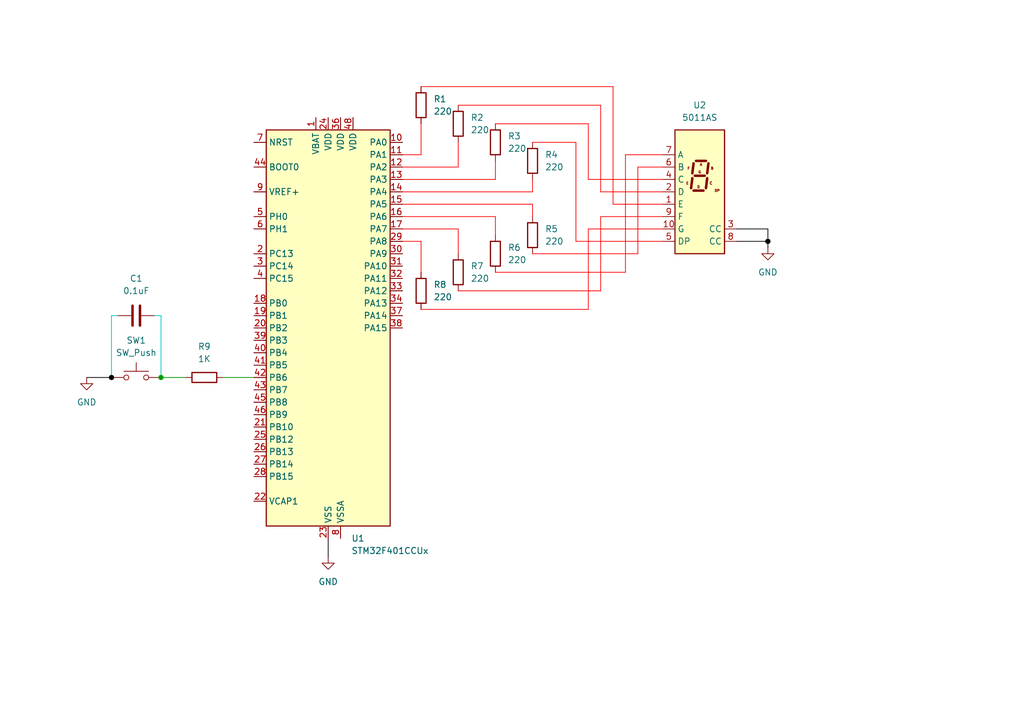
<source format=kicad_sch>
(kicad_sch (version 20230121) (generator eeschema)
  (paper "A5")
  (title_block (title "7 Segment display, push button counting") (date "2025-07-16") (rev "1") (comment 1 "Pin connections are more organized when the real components are used"))
  (lib_symbols
    (symbol "Device:C" (pin_numbers hide) (pin_names (offset 0.254))
      (property "Reference" "C" (at 0.635 2.54 0))
      (property "Value" "C" (at 0.635 -2.54 0))
      (symbol "C_0_1"
        (polyline (pts (xy -2.032 -0.762) (xy 2.032 -0.762)) (stroke (width 0.508)))
        (polyline (pts (xy -2.032 0.762) (xy 2.032 0.762)) (stroke (width 0.508)))
      )
      (symbol "C_1_1"
        (pin passive line (at 0 3.81 270) (length 2.794) (name "~") (number "1"))
        (pin passive line (at 0 -3.81 90) (length 2.794) (name "~") (number "2"))
      )
    )
    (symbol "Device:R" (pin_numbers hide) (pin_names (offset 0))
      (property "Reference" "R" (at 2.032 0 90))
      (property "Value" "R" (at 0 0 90))
      (symbol "R_0_1"
        (rectangle (start -1.016 -2.54) (end 1.016 2.54) (stroke (width 0.254)))
      )
      (symbol "R_1_1"
        (pin passive line (at 0 3.81 270) (length 1.27) (name "~") (number "1"))
        (pin passive line (at 0 -3.81 90) (length 1.27) (name "~") (number "2"))
      )
    )
    (symbol "Display_Character:D168K"
      (property "Reference" "U" (at -2.54 13.97 0))
      (property "Value" "D168K" (at 1.27 13.97 0))
      (symbol "D168K_0_0"
        (text "A" (at 0.254 5.588 0) (effects (font (size 0.508 0.508))))
        (text "B" (at 2.54 4.826 0) (effects (font (size 0.508 0.508))))
        (text "C" (at 2.286 1.778 0) (effects (font (size 0.508 0.508))))
        (text "D" (at -0.254 1.016 0) (effects (font (size 0.508 0.508))))
        (text "DP" (at 3.556 0.254 0) (effects (font (size 0.508 0.508))))
        (text "E" (at -2.54 1.778 0) (effects (font (size 0.508 0.508))))
        (text "F" (at -2.286 4.826 0) (effects (font (size 0.508 0.508))))
        (text "G" (at 0 4.064 0) (effects (font (size 0.508 0.508))))
      )
      (symbol "D168K_0_1"
        (rectangle (start -5.08 12.7) (end 5.08 -12.7) (stroke (width 0.254)) (fill (type background)))
        (polyline (pts (xy -1.524 2.794) (xy -1.778 0.762)) (stroke (width 0.508)))
        (polyline (pts (xy -1.27 0.254) (xy 0.762 0.254)) (stroke (width 0.508)))
        (polyline (pts (xy -1.27 5.842) (xy -1.524 3.81)) (stroke (width 0.508)))
        (polyline (pts (xy -1.016 3.302) (xy 1.016 3.302)) (stroke (width 0.508)))
        (polyline (pts (xy -0.762 6.35) (xy 1.27 6.35)) (stroke (width 0.508)))
        (polyline (pts (xy 1.524 2.794) (xy 1.27 0.762)) (stroke (width 0.508)))
        (polyline (pts (xy 1.778 5.842) (xy 1.524 3.81)) (stroke (width 0.508)))
        (polyline (pts (xy 2.54 0.254) (xy 2.54 0.254)) (stroke (width 0.508)))
      )
      (symbol "D168K_1_1"
        (pin input line (at -7.62 -2.54 0) (length 2.54) (name "E") (number "1"))
        (pin input line (at -7.62 -7.62 0) (length 2.54) (name "G") (number "10"))
        (pin input line (at -7.62 0 0) (length 2.54) (name "D") (number "2"))
        (pin input line (at 7.62 -7.62 180) (length 2.54) (name "CC") (number "3"))
        (pin input line (at -7.62 2.54 0) (length 2.54) (name "C") (number "4"))
        (pin input line (at -7.62 -10.16 0) (length 2.54) (name "DP") (number "5"))
        (pin input line (at -7.62 5.08 0) (length 2.54) (name "B") (number "6"))
        (pin input line (at -7.62 7.62 0) (length 2.54) (name "A") (number "7"))
        (pin input line (at 7.62 -10.16 180) (length 2.54) (name "CC") (number "8"))
        (pin input line (at -7.62 -5.08 0) (length 2.54) (name "F") (number "9"))
      )
    )
    (symbol "MCU_ST_STM32F4:STM32F401CCUx"
      (property "Reference" "U" (at -12.7 41.91 0))
      (property "Value" "STM32F401CCUx" (at 7.62 41.91 0))
      (symbol "STM32F401CCUx_0_1"
        (rectangle (start -12.7 -40.64) (end 12.7 40.64) (stroke (width 0.254)) (fill (type background)))
      )
      (symbol "STM32F401CCUx_1_1"
        (pin power_in line (at -2.54 43.18 270) (length 2.54) (name "VBAT") (number "1"))
        (pin bidirectional line (at 15.24 38.1 180) (length 2.54) (name "PA0") (number "10"))
        (pin bidirectional line (at 15.24 35.56 180) (length 2.54) (name "PA1") (number "11"))
        (pin bidirectional line (at 15.24 33.02 180) (length 2.54) (name "PA2") (number "12"))
        (pin bidirectional line (at 15.24 30.48 180) (length 2.54) (name "PA3") (number "13"))
        (pin bidirectional line (at 15.24 27.94 180) (length 2.54) (name "PA4") (number "14"))
        (pin bidirectional line (at 15.24 25.4 180) (length 2.54) (name "PA5") (number "15"))
        (pin bidirectional line (at 15.24 22.86 180) (length 2.54) (name "PA6") (number "16"))
        (pin bidirectional line (at 15.24 20.32 180) (length 2.54) (name "PA7") (number "17"))
        (pin bidirectional line (at -15.24 5.08 0) (length 2.54) (name "PB0") (number "18"))
        (pin bidirectional line (at -15.24 2.54 0) (length 2.54) (name "PB1") (number "19"))
        (pin bidirectional line (at -15.24 15.24 0) (length 2.54) (name "PC13") (number "2"))
        (pin bidirectional line (at -15.24 0 0) (length 2.54) (name "PB2") (number "20"))
        (pin bidirectional line (at -15.24 -20.32 0) (length 2.54) (name "PB10") (number "21"))
        (pin power_out line (at -15.24 -35.56 0) (length 2.54) (name "VCAP1") (number "22"))
        (pin power_in line (at 0 -43.18 90) (length 2.54) (name "VSS") (number "23"))
        (pin power_in line (at 0 43.18 270) (length 2.54) (name "VDD") (number "24"))
        (pin bidirectional line (at -15.24 -22.86 0) (length 2.54) (name "PB12") (number "25"))
        (pin bidirectional line (at -15.24 -25.4 0) (length 2.54) (name "PB13") (number "26"))
        (pin bidirectional line (at -15.24 -27.94 0) (length 2.54) (name "PB14") (number "27"))
        (pin bidirectional line (at -15.24 -30.48 0) (length 2.54) (name "PB15") (number "28"))
        (pin bidirectional line (at 15.24 17.78 180) (length 2.54) (name "PA8") (number "29"))
        (pin bidirectional line (at -15.24 12.7 0) (length 2.54) (name "PC14") (number "3"))
        (pin bidirectional line (at 15.24 15.24 180) (length 2.54) (name "PA9") (number "30"))
        (pin bidirectional line (at 15.24 12.7 180) (length 2.54) (name "PA10") (number "31"))
        (pin bidirectional line (at 15.24 10.16 180) (length 2.54) (name "PA11") (number "32"))
        (pin bidirectional line (at 15.24 7.62 180) (length 2.54) (name "PA12") (number "33"))
        (pin bidirectional line (at 15.24 5.08 180) (length 2.54) (name "PA13") (number "34"))
        (pin passive line (at 0 -43.18 90) (length 2.54) hide (name "VSS") (number "35"))
        (pin power_in line (at 2.54 43.18 270) (length 2.54) (name "VDD") (number "36"))
        (pin bidirectional line (at 15.24 2.54 180) (length 2.54) (name "PA14") (number "37"))
        (pin bidirectional line (at 15.24 0 180) (length 2.54) (name "PA15") (number "38"))
        (pin bidirectional line (at -15.24 -2.54 0) (length 2.54) (name "PB3") (number "39"))
        (pin bidirectional line (at -15.24 10.16 0) (length 2.54) (name "PC15") (number "4"))
        (pin bidirectional line (at -15.24 -5.08 0) (length 2.54) (name "PB4") (number "40"))
        (pin bidirectional line (at -15.24 -7.62 0) (length 2.54) (name "PB5") (number "41"))
        (pin bidirectional line (at -15.24 -10.16 0) (length 2.54) (name "PB6") (number "42"))
        (pin bidirectional line (at -15.24 -12.7 0) (length 2.54) (name "PB7") (number "43"))
        (pin input line (at -15.24 33.02 0) (length 2.54) (name "BOOT0") (number "44"))
        (pin bidirectional line (at -15.24 -15.24 0) (length 2.54) (name "PB8") (number "45"))
        (pin bidirectional line (at -15.24 -17.78 0) (length 2.54) (name "PB9") (number "46"))
        (pin passive line (at 0 -43.18 90) (length 2.54) hide (name "VSS") (number "47"))
        (pin power_in line (at 5.08 43.18 270) (length 2.54) (name "VDD") (number "48"))
        (pin passive line (at 0 -43.18 90) (length 2.54) hide (name "VSS") (number "49"))
        (pin bidirectional line (at -15.24 22.86 0) (length 2.54) (name "PH0") (number "5"))
        (pin bidirectional line (at -15.24 20.32 0) (length 2.54) (name "PH1") (number "6"))
        (pin input line (at -15.24 38.1 0) (length 2.54) (name "NRST") (number "7"))
        (pin power_in line (at 2.54 -43.18 90) (length 2.54) (name "VSSA") (number "8"))
        (pin input line (at -15.24 27.94 0) (length 2.54) (name "VREF+") (number "9"))
      )
    )
    (symbol "R_1" (pin_numbers hide) (pin_names (offset 0) hide)
      (property "Reference" "R" (at 2.032 0 90))
      (property "Value" "R" (at 0 0 90))
      (symbol "R_1_0_1"
        (rectangle (start -1.016 -2.54) (end 1.016 2.54) (stroke (width 0.254)))
      )
      (symbol "R_1_1_1"
        (pin passive line (at 0 3.81 270) (length 1.27) (name "~") (number "1"))
        (pin passive line (at 0 -3.81 90) (length 1.27) (name "~") (number "2"))
      )
    )
    (symbol "Switch:SW_Push" (pin_numbers hide) (pin_names (offset 1.016) hide)
      (property "Reference" "SW" (at 1.27 2.54 0))
      (property "Value" "SW_Push" (at 0 -1.524 0))
      (symbol "SW_Push_0_1"
        (circle (center -2.032 0) (radius 0.508))
        (polyline (pts (xy 0 1.27) (xy 0 3.048)))
        (polyline (pts (xy 2.54 1.27) (xy -2.54 1.27)))
        (circle (center 2.032 0) (radius 0.508))
        (pin passive line (at -5.08 0 0) (length 2.54) (name "1") (number "1"))
        (pin passive line (at 5.08 0 180) (length 2.54) (name "2") (number "2"))
      )
    )
    (symbol "power:GND" (power) (pin_names (offset 0))
      (property "Value" "GND" (at 0 -3.81 0))
      (symbol "GND_0_1"
        (polyline (pts (xy 0 0) (xy 0 -1.27) (xy 1.27 -1.27) (xy 0 -2.54) (xy -1.27 -1.27) (xy 0 -1.27)))
      )
      (symbol "GND_1_1"
        (pin power_in line (at 0 0 270) (length 0) hide (name "GND") (number "1"))
      )
    )
  )
  (junction (at 22.86 77.47) (color 0 0 0 1))
  (junction (at 157.48 49.53) (color 0 0 0 1))
  (junction (at 33.02 77.47))
  (wire (pts (xy 118.11 49.53) (xy 135.89 49.53)) (stroke (width 0) (color 255 0 0 1)))
  (wire (pts (xy 120.65 46.99) (xy 135.89 46.99)) (stroke (width 0) (color 255 0 0 1)))
  (wire (pts (xy 109.22 29.21) (xy 118.11 29.21)) (stroke (width 0) (color 255 0 0 1)))
  (wire (pts (xy 123.19 59.69) (xy 123.19 44.45)) (stroke (width 0) (color 255 0 0 1)))
  (wire (pts (xy 93.98 34.29) (xy 93.98 29.21)) (stroke (width 0) (color 255 0 0 1)))
  (wire (pts (xy 123.19 21.59) (xy 123.19 39.37)) (stroke (width 0) (color 255 0 0 1)))
  (wire (pts (xy 82.55 36.83) (xy 101.6 36.83)) (stroke (width 0) (color 255 0 0 1)))
  (wire (pts (xy 151.13 46.99) (xy 157.48 46.99)) (stroke (width 0) (color 0 0 0 1)))
  (wire (pts (xy 86.36 63.5) (xy 120.65 63.5)) (stroke (width 0) (color 255 0 0 1)))
  (wire (pts (xy 101.6 55.88) (xy 128.27 55.88)) (stroke (width 0) (color 255 0 0 1)))
  (wire (pts (xy 67.31 114.3) (xy 67.31 110.49)) (stroke (width 0) (color 0 0 0 1)))
  (wire (pts (xy 101.6 36.83) (xy 101.6 33.02)) (stroke (width 0) (color 255 0 0 1)))
  (wire (pts (xy 120.65 63.5) (xy 120.65 46.99)) (stroke (width 0) (color 255 0 0 1)))
  (wire (pts (xy 125.73 41.91) (xy 135.89 41.91)) (stroke (width 0) (color 255 0 0 1)))
  (wire (pts (xy 33.02 77.47) (xy 38.1 77.47)))
  (wire (pts (xy 101.6 48.26) (xy 101.6 44.45)) (stroke (width 0) (color 255 0 0 1)))
  (wire (pts (xy 101.6 25.4) (xy 120.65 25.4)) (stroke (width 0) (color 255 0 0 1)))
  (wire (pts (xy 22.86 64.77) (xy 22.86 77.47)) (stroke (width 0) (color 0 194 194 1)))
  (wire (pts (xy 157.48 49.53) (xy 157.48 50.8)) (stroke (width 0) (color 0 0 0 1)))
  (wire (pts (xy 109.22 41.91) (xy 82.55 41.91)) (stroke (width 0) (color 255 0 0 1)))
  (wire (pts (xy 128.27 55.88) (xy 128.27 31.75)) (stroke (width 0) (color 255 0 0 1)))
  (wire (pts (xy 109.22 44.45) (xy 109.22 41.91)) (stroke (width 0) (color 255 0 0 1)))
  (wire (pts (xy 151.13 49.53) (xy 157.48 49.53)) (stroke (width 0) (color 0 0 0 1)))
  (wire (pts (xy 82.55 49.53) (xy 86.36 49.53)) (stroke (width 0) (color 255 0 0 1)))
  (wire (pts (xy 82.55 34.29) (xy 93.98 34.29)) (stroke (width 0) (color 255 0 0 1)))
  (wire (pts (xy 86.36 31.75) (xy 86.36 25.4)) (stroke (width 0) (color 255 0 0 1)))
  (wire (pts (xy 130.81 52.07) (xy 130.81 34.29)) (stroke (width 0) (color 255 0 0 1)))
  (wire (pts (xy 128.27 31.75) (xy 135.89 31.75)) (stroke (width 0) (color 255 0 0 1)))
  (wire (pts (xy 93.98 21.59) (xy 123.19 21.59)) (stroke (width 0) (color 255 0 0 1)))
  (wire (pts (xy 82.55 39.37) (xy 109.22 39.37)) (stroke (width 0) (color 255 0 0 1)))
  (wire (pts (xy 86.36 49.53) (xy 86.36 55.88)) (stroke (width 0) (color 255 0 0 1)))
  (wire (pts (xy 93.98 59.69) (xy 123.19 59.69)) (stroke (width 0) (color 255 0 0 1)))
  (wire (pts (xy 82.55 44.45) (xy 101.6 44.45)) (stroke (width 0) (color 255 0 0 1)))
  (wire (pts (xy 109.22 52.07) (xy 130.81 52.07)) (stroke (width 0) (color 255 0 0 1)))
  (wire (pts (xy 93.98 46.99) (xy 93.98 52.07)) (stroke (width 0) (color 255 0 0 1)))
  (wire (pts (xy 123.19 39.37) (xy 135.89 39.37)) (stroke (width 0) (color 255 0 0 1)))
  (wire (pts (xy 86.36 17.78) (xy 125.73 17.78)) (stroke (width 0) (color 255 0 0 1)))
  (wire (pts (xy 125.73 17.78) (xy 125.73 41.91)) (stroke (width 0) (color 255 0 0 1)))
  (wire (pts (xy 24.13 64.77) (xy 22.86 64.77)) (stroke (width 0) (color 0 194 194 1)))
  (wire (pts (xy 118.11 29.21) (xy 118.11 49.53)) (stroke (width 0) (color 255 0 0 1)))
  (wire (pts (xy 82.55 46.99) (xy 93.98 46.99)) (stroke (width 0) (color 255 0 0 1)))
  (wire (pts (xy 120.65 25.4) (xy 120.65 36.83)) (stroke (width 0) (color 255 0 0 1)))
  (wire (pts (xy 123.19 44.45) (xy 135.89 44.45)) (stroke (width 0) (color 255 0 0 1)))
  (wire (pts (xy 17.78 77.47) (xy 22.86 77.47)) (stroke (width 0) (color 0 0 0 1)))
  (wire (pts (xy 109.22 39.37) (xy 109.22 36.83)) (stroke (width 0) (color 255 0 0 1)))
  (wire (pts (xy 130.81 34.29) (xy 135.89 34.29)) (stroke (width 0) (color 255 0 0 1)))
  (wire (pts (xy 120.65 36.83) (xy 135.89 36.83)) (stroke (width 0) (color 255 0 0 1)))
  (wire (pts (xy 31.75 64.77) (xy 33.02 64.77)) (stroke (width 0) (color 0 194 194 1)))
  (wire (pts (xy 45.72 77.47) (xy 52.07 77.47)))
  (wire (pts (xy 157.48 46.99) (xy 157.48 49.53)) (stroke (width 0) (color 0 0 0 1)))
  (wire (pts (xy 33.02 64.77) (xy 33.02 77.47)) (stroke (width 0) (color 0 194 194 1)))
  (wire (pts (xy 82.55 31.75) (xy 86.36 31.75)) (stroke (width 0) (color 255 0 0 1)))
  (symbol (lib_id "power:GND") (at 67.31 114.3 0) (unit 1)
    (property "Reference" "#PWR01" (effects hide))
    (property "Value" "GND" (at 67.31 119.38 0))
  )
  (symbol (lib_id "Device:R") (at 41.91 77.47 90) (unit 1)
    (property "Reference" "R9" (at 41.91 71.12 90))
    (property "Value" "1K" (at 41.91 73.66 90))
  )
  (symbol (lib_id "Display_Character:D168K") (at 143.51 39.37 0) (unit 1)
    (property "Reference" "U2" (at 143.51 21.59 0))
    (property "Value" "5011AS" (at 143.51 24.13 0))
    (property "Footprint" "Display_7Segment:D1X8K" (effects hide))
    (property "Datasheet" "https://ia800903.us.archive.org/24/items/CTKD1x8K/Cromatek%20D168K.pdf" (effects hide))
  )
  (symbol (lib_name "R_1") (lib_id "Device:R") (at 109.22 33.02 0) (unit 1)
    (property "Reference" "R4" (at 111.76 31.75 0) (effects (justify left)))
    (property "Value" "220" (at 111.76 34.29 0) (effects (justify left)))
  )
  (symbol (lib_name "R_1") (lib_id "Device:R") (at 101.6 29.21 0) (unit 1)
    (property "Reference" "R3" (at 104.14 27.94 0) (effects (justify left)))
    (property "Value" "220" (at 104.14 30.48 0) (effects (justify left)))
  )
  (symbol (lib_name "R_1") (lib_id "Device:R") (at 109.22 48.26 0) (unit 1)
    (property "Reference" "R5" (at 111.76 46.99 0) (effects (justify left)))
    (property "Value" "220" (at 111.76 49.53 0) (effects (justify left)))
  )
  (symbol (lib_id "Switch:SW_Push") (at 27.94 77.47 0) (unit 1)
    (property "Reference" "SW1" (at 27.94 69.85 0))
    (property "Value" "SW_Push" (at 27.94 72.39 0))
  )
  (symbol (lib_id "power:GND") (at 17.78 77.47 0) (unit 1)
    (property "Reference" "#PWR03" (effects hide))
    (property "Value" "GND" (at 17.78 82.55 0))
  )
  (symbol (lib_name "R_1") (lib_id "Device:R") (at 93.98 25.4 0) (unit 1)
    (property "Reference" "R2" (at 96.52 24.13 0) (effects (justify left)))
    (property "Value" "220" (at 96.52 26.67 0) (effects (justify left)))
  )
  (symbol (lib_id "power:GND") (at 157.48 50.8 0) (unit 1)
    (property "Reference" "#PWR02" (effects hide))
    (property "Value" "GND" (at 157.48 55.88 0))
  )
  (symbol (lib_name "R_1") (lib_id "Device:R") (at 101.6 52.07 0) (unit 1)
    (property "Reference" "R6" (at 104.14 50.8 0) (effects (justify left)))
    (property "Value" "220" (at 104.14 53.34 0) (effects (justify left)))
  )
  (symbol (lib_id "Device:C") (at 27.94 64.77 90) (unit 1)
    (property "Reference" "C1" (at 27.94 57.15 90))
    (property "Value" "0.1uF" (at 27.94 59.69 90))
  )
  (symbol (lib_id "MCU_ST_STM32F4:STM32F401CCUx") (at 67.31 67.31 0) (unit 1)
    (property "Reference" "U1" (at 72.0441 110.49 0) (effects (justify left)))
    (property "Value" "STM32F401CCUx" (at 72.0441 113.03 0) (effects (justify left)))
    (property "Footprint" "Package_DFN_QFN:QFN-48-1EP_7x7mm_P0.5mm_EP5.6x5.6mm" (effects hide))
    (property "Datasheet" "https://www.st.com/resource/en/datasheet/stm32f401cc.pdf" (effects hide))
  )
  (symbol (lib_name "R_1") (lib_id "Device:R") (at 93.98 55.88 0) (unit 1)
    (property "Reference" "R7" (at 96.52 54.61 0) (effects (justify left)))
    (property "Value" "220" (at 96.52 57.15 0) (effects (justify left)))
  )
  (symbol (lib_name "R_1") (lib_id "Device:R") (at 86.36 59.69 0) (unit 1)
    (property "Reference" "R8" (at 88.9 58.42 0) (effects (justify left)))
    (property "Value" "220" (at 88.9 60.96 0) (effects (justify left)))
  )
  (symbol (lib_name "R_1") (lib_id "Device:R") (at 86.36 21.59 0) (unit 1)
    (property "Reference" "R1" (at 88.9 20.32 0) (effects (justify left)))
    (property "Value" "220" (at 88.9 22.86 0) (effects (justify left)))
  )
)
</source>
